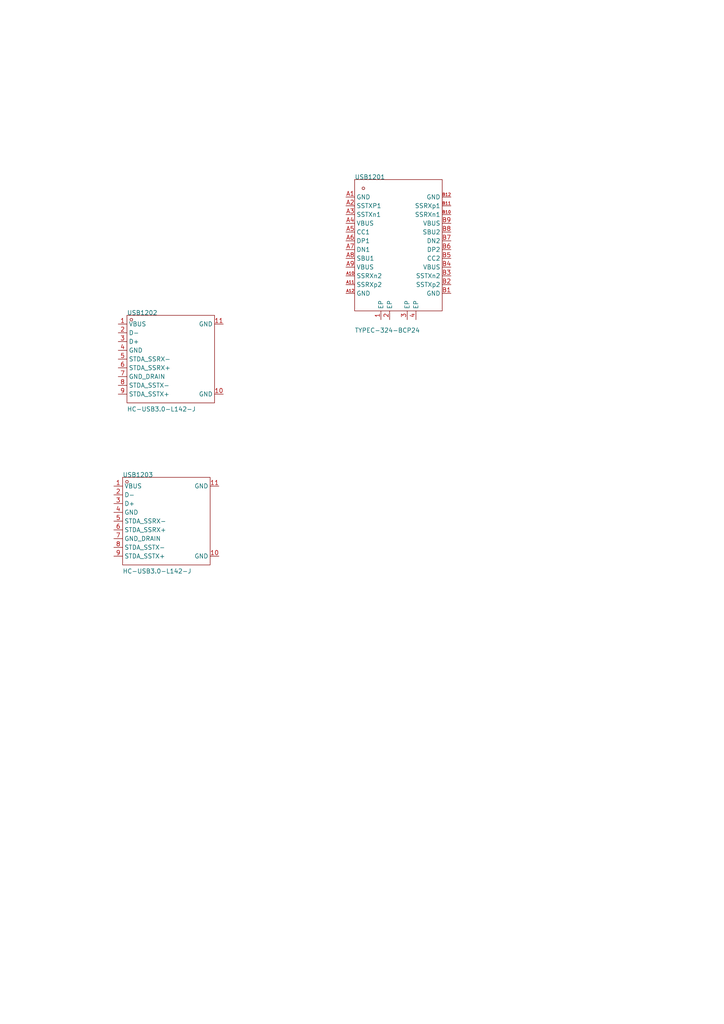
<source format=kicad_sch>
(kicad_sch (version 20250114) (generator "eeschema") (generator_version "9.0")
  (paper "A4" portrait)
  (lib_symbols
    (symbol "mainboard:HC-USB3.0-L142-J"
      (property "Reference" "USB" (at 0 0 0))
      (symbol "HC-USB3.0-L142-J_1_0"
        (rectangle (start -12.7 -12.7) (end 12.7 12.7))
        (circle (center -11.43 11.43) (radius 0.381))
        (pin unspecified line (at -15.24 10.16 0) (length 2.54) (name "VBUS") (number "1"))
        (pin unspecified line (at -15.24 7.62 0) (length 2.54) (name "D-") (number "2"))
        (pin unspecified line (at -15.24 5.08 0) (length 2.54) (name "D+") (number "3"))
        (pin unspecified line (at -15.24 2.54 0) (length 2.54) (name "GND") (number "4"))
        (pin unspecified line (at -15.24 0 0) (length 2.54) (name "STDA_SSRX-") (number "5"))
        (pin unspecified line (at -15.24 -2.54 0) (length 2.54) (name "STDA_SSRX+") (number "6"))
        (pin unspecified line (at -15.24 -5.08 0) (length 2.54) (name "GND_DRAIN") (number "7"))
        (pin unspecified line (at -15.24 -7.62 0) (length 2.54) (name "STDA_SSTX-") (number "8"))
        (pin unspecified line (at -15.24 -10.16 0) (length 2.54) (name "STDA_SSTX+") (number "9"))
        (pin unspecified line (at 15.24 10.16 180) (length 2.54) (name "GND") (number "11"))
        (pin unspecified line (at 15.24 -10.16 180) (length 2.54) (name "GND") (number "10"))
      )
    )
    (symbol "mainboard:TYPEC-324-BCP24"
      (property "Reference" "USB" (at 0 0 0))
      (symbol "TYPEC-324-BCP24_1_0"
        (rectangle (start -12.7 -17.78) (end 12.7 20.32))
        (circle (center -10.16 17.78) (radius 0.381))
        (pin unspecified line (at -15.24 15.24 0) (length 2.54) (name "GND") (number "A1"))
        (pin unspecified line (at -15.24 12.7 0) (length 2.54) (name "SSTXP1") (number "A2"))
        (pin unspecified line (at -15.24 10.16 0) (length 2.54) (name "SSTXn1") (number "A3"))
        (pin unspecified line (at -15.24 7.62 0) (length 2.54) (name "VBUS") (number "A4"))
        (pin unspecified line (at -15.24 5.08 0) (length 2.54) (name "CC1") (number "A5"))
        (pin unspecified line (at -15.24 2.54 0) (length 2.54) (name "DP1") (number "A6"))
        (pin unspecified line (at -15.24 0 0) (length 2.54) (name "DN1") (number "A7"))
        (pin unspecified line (at -15.24 -2.54 0) (length 2.54) (name "SBU1") (number "A8"))
        (pin unspecified line (at -15.24 -5.08 0) (length 2.54) (name "VBUS") (number "A9"))
        (pin unspecified line (at -15.24 -7.62 0) (length 2.54) (name "SSRXn2") (number "A10"))
        (pin unspecified line (at -15.24 -10.16 0) (length 2.54) (name "SSRXp2") (number "A11"))
        (pin unspecified line (at -15.24 -12.7 0) (length 2.54) (name "GND") (number "A12"))
        (pin unspecified line (at -5.08 -20.32 90) (length 2.54) (name "EP") (number "1"))
        (pin unspecified line (at -2.54 -20.32 90) (length 2.54) (name "EP") (number "2"))
        (pin unspecified line (at 2.54 -20.32 90) (length 2.54) (name "EP") (number "3"))
        (pin unspecified line (at 5.08 -20.32 90) (length 2.54) (name "EP") (number "4"))
        (pin unspecified line (at 15.24 15.24 180) (length 2.54) (name "GND") (number "B12"))
        (pin unspecified line (at 15.24 12.7 180) (length 2.54) (name "SSRXp1") (number "B11"))
        (pin unspecified line (at 15.24 10.16 180) (length 2.54) (name "SSRXn1") (number "B10"))
        (pin unspecified line (at 15.24 7.62 180) (length 2.54) (name "VBUS") (number "B9"))
        (pin unspecified line (at 15.24 5.08 180) (length 2.54) (name "SBU2") (number "B8"))
        (pin unspecified line (at 15.24 2.54 180) (length 2.54) (name "DN2") (number "B7"))
        (pin unspecified line (at 15.24 0 180) (length 2.54) (name "DP2") (number "B6"))
        (pin unspecified line (at 15.24 -2.54 180) (length 2.54) (name "CC2") (number "B5"))
        (pin unspecified line (at 15.24 -5.08 180) (length 2.54) (name "VBUS") (number "B4"))
        (pin unspecified line (at 15.24 -7.62 180) (length 2.54) (name "SSTXn2") (number "B3"))
        (pin unspecified line (at 15.24 -10.16 180) (length 2.54) (name "SSTXp2") (number "B2"))
        (pin unspecified line (at 15.24 -12.7 180) (length 2.54) (name "GND") (number "B1"))
      )
    )
  )
  (symbol (lib_id "mainboard:HC-USB3.0-L142-J") (at 49.53 104.14 0) (unit 1)
    (property "Reference" "USB1202" (at 36.83 91.44 0) (effects (justify left bottom)))
    (property "Value" "HC-USB3.0-L142-J" (at 36.83 119.38 0) (effects (justify left bottom)))
    (property "Footprint" "mainboard:USB3.0-A-SMD_HC-USB3.0-L142-J" (effects (hide yes)))
    (property "Datasheet" "https://atta.szlcsc.com/upload/public/pdf/source/20250106/5A8A45E67BAE4E0A975C205C9F75CB3E.pdf" (effects (hide yes)))
    (property "Description" "Connector Type:Type-A Standard:USB 3.0 Gender:Female Mounting Type:Horizontal attachment Number of Contacts:9P Number of Ports:1 Current Rating-Power:1.5A Voltage Rating:30V Connect-Disconnect Life:1,500 times Supplementary Features:- Center Height:- Leng" (effects (hide yes)))
    (property "Manufacturer Part" "HC-USB3.0-L142-J" (effects (hide yes)))
    (property "Manufacturer" "HC(虹成电子)" (effects (hide yes)))
    (property "Supplier Part" "C7501877" (effects (hide yes)))
    (property "Supplier" "LCSC" (effects (hide yes)))
    (property "LCSC Part Name" "Type-A 母 卧贴" (effects (hide yes)))
  )
  (symbol (lib_id "mainboard:HC-USB3.0-L142-J") (at 48.26 151.13 0) (unit 1)
    (property "Reference" "USB1203" (at 35.56 138.43 0) (effects (justify left bottom)))
    (property "Value" "HC-USB3.0-L142-J" (at 35.56 166.37 0) (effects (justify left bottom)))
    (property "Footprint" "mainboard:USB3.0-A-SMD_HC-USB3.0-L142-J" (effects (hide yes)))
    (property "Datasheet" "https://atta.szlcsc.com/upload/public/pdf/source/20250106/5A8A45E67BAE4E0A975C205C9F75CB3E.pdf" (effects (hide yes)))
    (property "Description" "Connector Type:Type-A Standard:USB 3.0 Gender:Female Mounting Type:Horizontal attachment Number of Contacts:9P Number of Ports:1 Current Rating-Power:1.5A Voltage Rating:30V Connect-Disconnect Life:1,500 times Supplementary Features:- Center Height:- Leng" (effects (hide yes)))
    (property "Manufacturer Part" "HC-USB3.0-L142-J" (effects (hide yes)))
    (property "Manufacturer" "HC(虹成电子)" (effects (hide yes)))
    (property "Supplier Part" "C7501877" (effects (hide yes)))
    (property "Supplier" "LCSC" (effects (hide yes)))
    (property "LCSC Part Name" "Type-A 母 卧贴" (effects (hide yes)))
  )
  (symbol (lib_id "mainboard:TYPEC-324-BCP24") (at 115.57 72.39 0) (unit 1)
    (property "Reference" "USB1201" (at 102.87 52.07 0) (effects (justify left bottom)))
    (property "Value" "TYPEC-324-BCP24" (at 102.87 96.52 0) (effects (justify left bottom)))
    (property "Footprint" "mainboard:USB-C-SMD_TYPEC-324-BCP24" (effects (hide yes)))
    (property "Datasheet" "https://atta.szlcsc.com/upload/public/pdf/source/20210528/C2835314_2977690A256D083E1F696B82A85B6553.pdf" (effects (hide yes)))
    (property "Description" "Connector Type:Type-C Standard:USB 3.1 Gender:Female Number of Ports:1 Number of Contacts:24P Mounting Style:卧贴 Current Rating - Power (Max):5A Operating Temperature Range:-45°C~+85°C Operating Temperature Range:-45°C~+85°C Soldering Temperature(Max):260°C" (effects (hide yes)))
    (property "Manufacturer Part" "TYPEC-324-BCP24" (effects (hide yes)))
    (property "Manufacturer" "XUNPU(讯普)" (effects (hide yes)))
    (property "Supplier Part" "C2835314" (effects (hide yes)))
    (property "Supplier" "LCSC" (effects (hide yes)))
    (property "LCSC Part Name" "Type-C 母 卧贴" (effects (hide yes)))
  )
)
</source>
